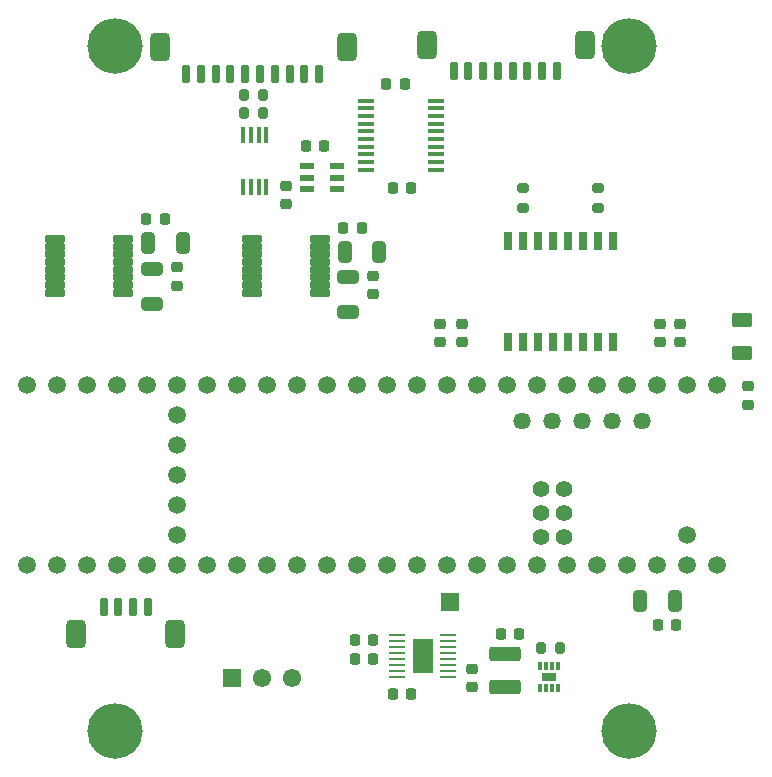
<source format=gbr>
%TF.GenerationSoftware,KiCad,Pcbnew,7.0.6*%
%TF.CreationDate,2024-05-04T22:08:13-04:00*%
%TF.ProjectId,rearbox,72656172-626f-4782-9e6b-696361645f70,rev?*%
%TF.SameCoordinates,Original*%
%TF.FileFunction,Soldermask,Top*%
%TF.FilePolarity,Negative*%
%FSLAX46Y46*%
G04 Gerber Fmt 4.6, Leading zero omitted, Abs format (unit mm)*
G04 Created by KiCad (PCBNEW 7.0.6) date 2024-05-04 22:08:13*
%MOMM*%
%LPD*%
G01*
G04 APERTURE LIST*
G04 Aperture macros list*
%AMRoundRect*
0 Rectangle with rounded corners*
0 $1 Rounding radius*
0 $2 $3 $4 $5 $6 $7 $8 $9 X,Y pos of 4 corners*
0 Add a 4 corners polygon primitive as box body*
4,1,4,$2,$3,$4,$5,$6,$7,$8,$9,$2,$3,0*
0 Add four circle primitives for the rounded corners*
1,1,$1+$1,$2,$3*
1,1,$1+$1,$4,$5*
1,1,$1+$1,$6,$7*
1,1,$1+$1,$8,$9*
0 Add four rect primitives between the rounded corners*
20,1,$1+$1,$2,$3,$4,$5,0*
20,1,$1+$1,$4,$5,$6,$7,0*
20,1,$1+$1,$6,$7,$8,$9,0*
20,1,$1+$1,$8,$9,$2,$3,0*%
G04 Aperture macros list end*
%ADD10C,4.700000*%
%ADD11RoundRect,0.425000X0.425000X0.775000X-0.425000X0.775000X-0.425000X-0.775000X0.425000X-0.775000X0*%
%ADD12RoundRect,0.150000X0.150000X0.650000X-0.150000X0.650000X-0.150000X-0.650000X0.150000X-0.650000X0*%
%ADD13RoundRect,0.250000X1.075000X-0.375000X1.075000X0.375000X-1.075000X0.375000X-1.075000X-0.375000X0*%
%ADD14RoundRect,0.225000X0.225000X0.250000X-0.225000X0.250000X-0.225000X-0.250000X0.225000X-0.250000X0*%
%ADD15RoundRect,0.200000X0.200000X0.275000X-0.200000X0.275000X-0.200000X-0.275000X0.200000X-0.275000X0*%
%ADD16RoundRect,0.225000X-0.225000X-0.250000X0.225000X-0.250000X0.225000X0.250000X-0.225000X0.250000X0*%
%ADD17RoundRect,0.225000X0.250000X-0.225000X0.250000X0.225000X-0.250000X0.225000X-0.250000X-0.225000X0*%
%ADD18RoundRect,0.250000X-0.325000X-0.650000X0.325000X-0.650000X0.325000X0.650000X-0.325000X0.650000X0*%
%ADD19RoundRect,0.250000X-0.650000X0.325000X-0.650000X-0.325000X0.650000X-0.325000X0.650000X0.325000X0*%
%ADD20RoundRect,0.225000X-0.250000X0.225000X-0.250000X-0.225000X0.250000X-0.225000X0.250000X0.225000X0*%
%ADD21RoundRect,0.122500X-0.764500X-0.184500X0.764500X-0.184500X0.764500X0.184500X-0.764500X0.184500X0*%
%ADD22R,1.200000X0.600000*%
%ADD23RoundRect,0.425000X-0.425000X-0.775000X0.425000X-0.775000X0.425000X0.775000X-0.425000X0.775000X0*%
%ADD24RoundRect,0.150000X-0.150000X-0.650000X0.150000X-0.650000X0.150000X0.650000X-0.150000X0.650000X0*%
%ADD25R,1.397000X0.279400*%
%ADD26R,1.651000X2.844800*%
%ADD27RoundRect,0.200000X-0.200000X-0.275000X0.200000X-0.275000X0.200000X0.275000X-0.200000X0.275000X0*%
%ADD28RoundRect,0.250000X0.625000X-0.375000X0.625000X0.375000X-0.625000X0.375000X-0.625000X-0.375000X0*%
%ADD29R,0.450000X1.400000*%
%ADD30R,1.550000X1.550000*%
%ADD31C,1.550000*%
%ADD32R,0.760000X1.650000*%
%ADD33R,0.300000X0.800000*%
%ADD34R,1.300000X0.700000*%
%ADD35R,1.475000X0.450000*%
%ADD36C,1.512000*%
%ADD37C,1.462000*%
%ADD38C,1.412000*%
%ADD39RoundRect,0.200000X0.275000X-0.200000X0.275000X0.200000X-0.275000X0.200000X-0.275000X-0.200000X0*%
%ADD40R,1.500000X1.500000*%
%ADD41RoundRect,0.218750X-0.256250X0.218750X-0.256250X-0.218750X0.256250X-0.218750X0.256250X0.218750X0*%
G04 APERTURE END LIST*
D10*
%TO.C,H6*%
X227395400Y-102196000D03*
%TD*%
%TO.C,H5*%
X183895400Y-102196000D03*
%TD*%
%TO.C,H4*%
X227395500Y-44195900D03*
%TD*%
%TO.C,H2*%
X183895400Y-44196000D03*
%TD*%
D11*
%TO.C,J2*%
X188948700Y-94009500D03*
X180598700Y-94009500D03*
D12*
X182948700Y-91759500D03*
X184198700Y-91759500D03*
X185448700Y-91759500D03*
X186698700Y-91759500D03*
%TD*%
D13*
%TO.C,L1*%
X216966800Y-98506801D03*
X216966800Y-95706801D03*
%TD*%
D14*
%TO.C,C7*%
X204787800Y-59639200D03*
X203237800Y-59639200D03*
%TD*%
D15*
%TO.C,R14*%
X196443600Y-49936400D03*
X194793600Y-49936400D03*
%TD*%
D16*
%TO.C,C21*%
X207454200Y-56235600D03*
X209004200Y-56235600D03*
%TD*%
D17*
%TO.C,C3*%
X205740000Y-65240200D03*
X205740000Y-63690200D03*
%TD*%
D18*
%TO.C,C5*%
X203350600Y-61671200D03*
X206300600Y-61671200D03*
%TD*%
D19*
%TO.C,C1*%
X203657200Y-63804800D03*
X203657200Y-66754800D03*
%TD*%
D14*
%TO.C,C12*%
X205740000Y-94516001D03*
X204190000Y-94516001D03*
%TD*%
D20*
%TO.C,C10*%
X198424800Y-56070200D03*
X198424800Y-57620200D03*
%TD*%
D21*
%TO.C,U1*%
X195504000Y-60564600D03*
X195504000Y-61214600D03*
X195504000Y-61864600D03*
X195504000Y-62514600D03*
X195504000Y-63164600D03*
X195504000Y-63814600D03*
X195504000Y-64464600D03*
X195504000Y-65114600D03*
X201244000Y-65114600D03*
X201244000Y-64464600D03*
X201244000Y-63814600D03*
X201244000Y-63164600D03*
X201244000Y-62514600D03*
X201244000Y-61864600D03*
X201244000Y-61214600D03*
X201244000Y-60564600D03*
%TD*%
D20*
%TO.C,C20*%
X230022400Y-67754200D03*
X230022400Y-69304200D03*
%TD*%
D18*
%TO.C,C6*%
X186688200Y-60909200D03*
X189638200Y-60909200D03*
%TD*%
D22*
%TO.C,IC3*%
X202702800Y-56322000D03*
X202702800Y-55372000D03*
X202702800Y-54422000D03*
X200202800Y-54422000D03*
X200202800Y-55372000D03*
X200202800Y-56322000D03*
%TD*%
D23*
%TO.C,J1*%
X187686700Y-44318900D03*
X203536700Y-44318900D03*
D24*
X201186700Y-46568900D03*
X199936700Y-46568900D03*
X198686700Y-46568900D03*
X197436700Y-46568900D03*
X196186700Y-46568900D03*
X194936700Y-46568900D03*
X193686700Y-46568900D03*
X192436700Y-46568900D03*
X191186700Y-46568900D03*
X189936700Y-46568900D03*
%TD*%
D19*
%TO.C,C2*%
X187045600Y-63091800D03*
X187045600Y-66041800D03*
%TD*%
D25*
%TO.C,U5*%
X207772000Y-94133599D03*
X207772000Y-94633601D03*
X207772000Y-95133600D03*
X207772000Y-95633601D03*
X207772000Y-96133601D03*
X207772000Y-96633599D03*
X207772000Y-97133601D03*
X207772000Y-97633600D03*
X212140800Y-97633603D03*
X212140800Y-97133601D03*
X212140800Y-96633602D03*
X212140800Y-96133601D03*
X212140800Y-95633601D03*
X212140800Y-95133603D03*
X212140800Y-94633601D03*
X212140800Y-94133602D03*
D26*
X209956400Y-95883601D03*
%TD*%
D20*
%TO.C,C25*%
X214172800Y-96954401D03*
X214172800Y-98504401D03*
%TD*%
D21*
%TO.C,U2*%
X184581600Y-60564600D03*
X184581600Y-61214600D03*
X184581600Y-61864600D03*
X184581600Y-62514600D03*
X184581600Y-63164600D03*
X184581600Y-63814600D03*
X184581600Y-64464600D03*
X184581600Y-65114600D03*
X178841600Y-65114600D03*
X178841600Y-64464600D03*
X178841600Y-63814600D03*
X178841600Y-63164600D03*
X178841600Y-62514600D03*
X178841600Y-61864600D03*
X178841600Y-61214600D03*
X178841600Y-60564600D03*
%TD*%
D14*
%TO.C,C16*%
X208432400Y-47447200D03*
X206882400Y-47447200D03*
%TD*%
D27*
%TO.C,R15*%
X219951800Y-95176401D03*
X221601800Y-95176401D03*
%TD*%
D17*
%TO.C,C22*%
X231749600Y-69304200D03*
X231749600Y-67754200D03*
%TD*%
%TO.C,C4*%
X189128400Y-64516000D03*
X189128400Y-62966000D03*
%TD*%
D20*
%TO.C,C18*%
X211429600Y-67754200D03*
X211429600Y-69304200D03*
%TD*%
D16*
%TO.C,C9*%
X200050400Y-52679600D03*
X201600400Y-52679600D03*
%TD*%
D18*
%TO.C,C15*%
X228344200Y-91186000D03*
X231294200Y-91186000D03*
%TD*%
D28*
%TO.C,R11*%
X236982000Y-70183200D03*
X236982000Y-67383200D03*
%TD*%
D14*
%TO.C,C11*%
X218148200Y-94008001D03*
X216598200Y-94008001D03*
%TD*%
%TO.C,C13*%
X205753000Y-96141601D03*
X204203000Y-96141601D03*
%TD*%
D29*
%TO.C,IC2*%
X196717200Y-51765200D03*
X196067200Y-51765200D03*
X195417200Y-51765200D03*
X194767200Y-51765200D03*
X194767200Y-56165200D03*
X195417200Y-56165200D03*
X196067200Y-56165200D03*
X196717200Y-56165200D03*
%TD*%
D14*
%TO.C,C14*%
X231394000Y-93218000D03*
X229844000Y-93218000D03*
%TD*%
D30*
%TO.C,U3*%
X193802000Y-97739200D03*
D31*
X196342000Y-97739200D03*
X198882000Y-97739200D03*
%TD*%
D23*
%TO.C,J3*%
X210333500Y-44115700D03*
X223683500Y-44115700D03*
D24*
X221333500Y-46365700D03*
X220083500Y-46365700D03*
X218833500Y-46365700D03*
X217583500Y-46365700D03*
X216333500Y-46365700D03*
X215083500Y-46365700D03*
X213833500Y-46365700D03*
X212583500Y-46365700D03*
%TD*%
D32*
%TO.C,T1*%
X217195400Y-69279000D03*
X218465400Y-69279000D03*
X219735400Y-69279000D03*
X221005400Y-69279000D03*
X222275400Y-69279000D03*
X223545400Y-69279000D03*
X224815400Y-69279000D03*
X226085400Y-69279000D03*
X226085400Y-60769000D03*
X224815400Y-60769000D03*
X223545400Y-60769000D03*
X222275400Y-60769000D03*
X221005400Y-60769000D03*
X219735400Y-60769000D03*
X218465400Y-60769000D03*
X217195400Y-60769000D03*
%TD*%
D33*
%TO.C,IC4*%
X219886400Y-98580001D03*
X220386400Y-98580001D03*
X220886400Y-98580001D03*
X221386400Y-98580001D03*
X221386400Y-96680001D03*
X220886400Y-96680001D03*
X220386400Y-96680001D03*
X219886400Y-96680001D03*
D34*
X220636400Y-97630001D03*
%TD*%
D35*
%TO.C,IC1*%
X211065600Y-54690200D03*
X211065600Y-54040200D03*
X211065600Y-53390200D03*
X211065600Y-52740200D03*
X211065600Y-52090200D03*
X211065600Y-51440200D03*
X211065600Y-50790200D03*
X211065600Y-50140200D03*
X211065600Y-49490200D03*
X211065600Y-48840200D03*
X205189600Y-48840200D03*
X205189600Y-49490200D03*
X205189600Y-50140200D03*
X205189600Y-50790200D03*
X205189600Y-51440200D03*
X205189600Y-52090200D03*
X205189600Y-52740200D03*
X205189600Y-53390200D03*
X205189600Y-54040200D03*
X205189600Y-54690200D03*
%TD*%
D16*
%TO.C,C24*%
X207454200Y-99088001D03*
X209004200Y-99088001D03*
%TD*%
D36*
%TO.C,U4*%
X232364800Y-72962300D03*
X229824800Y-72962300D03*
X227284800Y-72962300D03*
X224744800Y-72962300D03*
X199344800Y-72962300D03*
X229824800Y-88202300D03*
X189184800Y-78042300D03*
X222204800Y-72962300D03*
X219664800Y-72962300D03*
D37*
X228554800Y-76012300D03*
D36*
X217124800Y-72962300D03*
X214584800Y-72962300D03*
X212044800Y-72962300D03*
X209504800Y-72962300D03*
X206964800Y-72962300D03*
X204424800Y-72962300D03*
X201884800Y-72962300D03*
X201884800Y-88202300D03*
X204424800Y-88202300D03*
X206964800Y-88202300D03*
X209504800Y-88202300D03*
X212044800Y-88202300D03*
X214584800Y-88202300D03*
X217124800Y-88202300D03*
X219664800Y-88202300D03*
X222204800Y-88202300D03*
X224744800Y-88202300D03*
X227284800Y-88202300D03*
X196804800Y-72962300D03*
X194264800Y-72962300D03*
X191724800Y-72962300D03*
X189184800Y-72962300D03*
X186644800Y-72962300D03*
X184104800Y-72962300D03*
X181564800Y-72962300D03*
X179024800Y-72962300D03*
X176484800Y-72962300D03*
X176484800Y-88202300D03*
X179024800Y-88202300D03*
X181564800Y-88202300D03*
X184104800Y-88202300D03*
X186644800Y-88202300D03*
X189184800Y-88202300D03*
X191724800Y-88202300D03*
X194264800Y-88202300D03*
X196804800Y-88202300D03*
D37*
X223474800Y-76012300D03*
X226014800Y-76012300D03*
D36*
X234904800Y-72962300D03*
X199344800Y-88202300D03*
X232364800Y-88202300D03*
X189184800Y-80582300D03*
D38*
X219934800Y-83752300D03*
X221934800Y-83752300D03*
D36*
X189184800Y-85662300D03*
X189184800Y-83122300D03*
D38*
X221934800Y-85752300D03*
X219934800Y-85752300D03*
X219934800Y-81752300D03*
X221934800Y-81752300D03*
D37*
X220934800Y-76012300D03*
X218394800Y-76012300D03*
D36*
X189184800Y-75502300D03*
X234904800Y-88202300D03*
X232364800Y-85662300D03*
%TD*%
D39*
%TO.C,R13*%
X224790000Y-57924200D03*
X224790000Y-56274200D03*
%TD*%
D17*
%TO.C,C19*%
X213258400Y-69304200D03*
X213258400Y-67754200D03*
%TD*%
D39*
%TO.C,R12*%
X218440000Y-57924200D03*
X218440000Y-56274200D03*
%TD*%
D14*
%TO.C,C8*%
X188125400Y-58877200D03*
X186575400Y-58877200D03*
%TD*%
D40*
%TO.C,TP1*%
X212293200Y-91264801D03*
%TD*%
D41*
%TO.C,D1*%
X237490000Y-73024900D03*
X237490000Y-74599900D03*
%TD*%
D15*
%TO.C,R1*%
X196443600Y-48361600D03*
X194793600Y-48361600D03*
%TD*%
M02*

</source>
